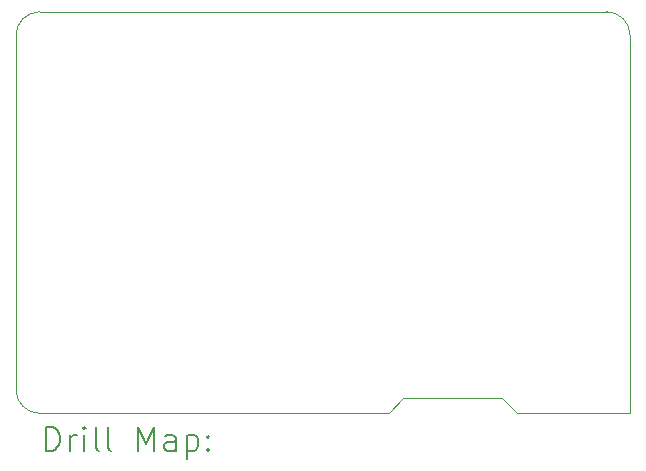
<source format=gbr>
%TF.GenerationSoftware,KiCad,Pcbnew,8.0.1*%
%TF.CreationDate,2024-06-08T15:54:59-04:00*%
%TF.ProjectId,SAP Mk3.2,53415020-4d6b-4332-9e32-2e6b69636164,rev?*%
%TF.SameCoordinates,Original*%
%TF.FileFunction,Drillmap*%
%TF.FilePolarity,Positive*%
%FSLAX45Y45*%
G04 Gerber Fmt 4.5, Leading zero omitted, Abs format (unit mm)*
G04 Created by KiCad (PCBNEW 8.0.1) date 2024-06-08 15:54:59*
%MOMM*%
%LPD*%
G01*
G04 APERTURE LIST*
%ADD10C,0.100000*%
%ADD11C,0.200000*%
G04 APERTURE END LIST*
D10*
X11940000Y-7915000D02*
X12070000Y-8045000D01*
X12825000Y-4645000D02*
G75*
G02*
X13025000Y-4845000I0J-200000D01*
G01*
X7825000Y-7845000D02*
X7825000Y-4845000D01*
X13025000Y-4845000D02*
X13025000Y-8045000D01*
X7825000Y-4845000D02*
G75*
G02*
X8025000Y-4645000I200000J0D01*
G01*
X11105000Y-7915000D02*
X11940000Y-7915000D01*
X8025000Y-8045000D02*
X10985000Y-8045000D01*
X8025000Y-8045000D02*
G75*
G02*
X7825000Y-7845000I0J200000D01*
G01*
X8025000Y-4645000D02*
X12825000Y-4645000D01*
X13025000Y-8045000D02*
X12070000Y-8045000D01*
X10985000Y-8045000D02*
X11105000Y-7915000D01*
D11*
X8080777Y-8361484D02*
X8080777Y-8161484D01*
X8080777Y-8161484D02*
X8128396Y-8161484D01*
X8128396Y-8161484D02*
X8156967Y-8171008D01*
X8156967Y-8171008D02*
X8176015Y-8190055D01*
X8176015Y-8190055D02*
X8185539Y-8209103D01*
X8185539Y-8209103D02*
X8195062Y-8247198D01*
X8195062Y-8247198D02*
X8195062Y-8275769D01*
X8195062Y-8275769D02*
X8185539Y-8313865D01*
X8185539Y-8313865D02*
X8176015Y-8332912D01*
X8176015Y-8332912D02*
X8156967Y-8351960D01*
X8156967Y-8351960D02*
X8128396Y-8361484D01*
X8128396Y-8361484D02*
X8080777Y-8361484D01*
X8280777Y-8361484D02*
X8280777Y-8228150D01*
X8280777Y-8266246D02*
X8290301Y-8247198D01*
X8290301Y-8247198D02*
X8299824Y-8237674D01*
X8299824Y-8237674D02*
X8318872Y-8228150D01*
X8318872Y-8228150D02*
X8337920Y-8228150D01*
X8404586Y-8361484D02*
X8404586Y-8228150D01*
X8404586Y-8161484D02*
X8395063Y-8171008D01*
X8395063Y-8171008D02*
X8404586Y-8180531D01*
X8404586Y-8180531D02*
X8414110Y-8171008D01*
X8414110Y-8171008D02*
X8404586Y-8161484D01*
X8404586Y-8161484D02*
X8404586Y-8180531D01*
X8528396Y-8361484D02*
X8509348Y-8351960D01*
X8509348Y-8351960D02*
X8499824Y-8332912D01*
X8499824Y-8332912D02*
X8499824Y-8161484D01*
X8633158Y-8361484D02*
X8614110Y-8351960D01*
X8614110Y-8351960D02*
X8604586Y-8332912D01*
X8604586Y-8332912D02*
X8604586Y-8161484D01*
X8861729Y-8361484D02*
X8861729Y-8161484D01*
X8861729Y-8161484D02*
X8928396Y-8304341D01*
X8928396Y-8304341D02*
X8995063Y-8161484D01*
X8995063Y-8161484D02*
X8995063Y-8361484D01*
X9176015Y-8361484D02*
X9176015Y-8256722D01*
X9176015Y-8256722D02*
X9166491Y-8237674D01*
X9166491Y-8237674D02*
X9147444Y-8228150D01*
X9147444Y-8228150D02*
X9109348Y-8228150D01*
X9109348Y-8228150D02*
X9090301Y-8237674D01*
X9176015Y-8351960D02*
X9156967Y-8361484D01*
X9156967Y-8361484D02*
X9109348Y-8361484D01*
X9109348Y-8361484D02*
X9090301Y-8351960D01*
X9090301Y-8351960D02*
X9080777Y-8332912D01*
X9080777Y-8332912D02*
X9080777Y-8313865D01*
X9080777Y-8313865D02*
X9090301Y-8294817D01*
X9090301Y-8294817D02*
X9109348Y-8285293D01*
X9109348Y-8285293D02*
X9156967Y-8285293D01*
X9156967Y-8285293D02*
X9176015Y-8275769D01*
X9271253Y-8228150D02*
X9271253Y-8428150D01*
X9271253Y-8237674D02*
X9290301Y-8228150D01*
X9290301Y-8228150D02*
X9328396Y-8228150D01*
X9328396Y-8228150D02*
X9347444Y-8237674D01*
X9347444Y-8237674D02*
X9356967Y-8247198D01*
X9356967Y-8247198D02*
X9366491Y-8266246D01*
X9366491Y-8266246D02*
X9366491Y-8323388D01*
X9366491Y-8323388D02*
X9356967Y-8342436D01*
X9356967Y-8342436D02*
X9347444Y-8351960D01*
X9347444Y-8351960D02*
X9328396Y-8361484D01*
X9328396Y-8361484D02*
X9290301Y-8361484D01*
X9290301Y-8361484D02*
X9271253Y-8351960D01*
X9452205Y-8342436D02*
X9461729Y-8351960D01*
X9461729Y-8351960D02*
X9452205Y-8361484D01*
X9452205Y-8361484D02*
X9442682Y-8351960D01*
X9442682Y-8351960D02*
X9452205Y-8342436D01*
X9452205Y-8342436D02*
X9452205Y-8361484D01*
X9452205Y-8237674D02*
X9461729Y-8247198D01*
X9461729Y-8247198D02*
X9452205Y-8256722D01*
X9452205Y-8256722D02*
X9442682Y-8247198D01*
X9442682Y-8247198D02*
X9452205Y-8237674D01*
X9452205Y-8237674D02*
X9452205Y-8256722D01*
M02*

</source>
